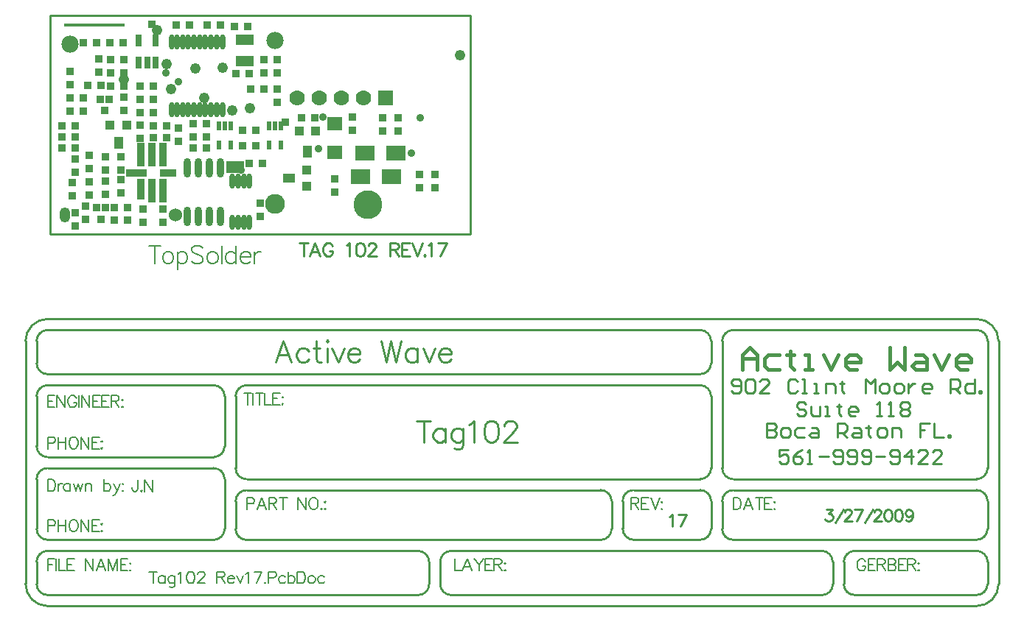
<source format=gts>
%FSLAX23Y23*%
%MOIN*%
G70*
G01*
G75*
G04 Layer_Color=8388736*
%ADD10C,0.030*%
%ADD11R,0.030X0.030*%
%ADD12R,0.074X0.045*%
%ADD13C,0.040*%
%ADD14R,0.020X0.050*%
%ADD15O,0.016X0.060*%
%ADD16R,0.024X0.024*%
%ADD17O,0.016X0.060*%
%ADD18R,0.030X0.030*%
%ADD19R,0.024X0.100*%
%ADD20R,0.024X0.090*%
%ADD21R,0.070X0.024*%
%ADD22R,0.090X0.024*%
%ADD23O,0.024X0.080*%
%ADD24R,0.075X0.043*%
%ADD25R,0.014X0.035*%
%ADD26R,0.014X0.035*%
%ADD27R,0.050X0.036*%
%ADD28R,0.036X0.036*%
%ADD29R,0.036X0.036*%
%ADD30R,0.036X0.050*%
%ADD31R,0.063X0.051*%
%ADD32R,0.080X0.060*%
%ADD33C,0.010*%
%ADD34C,0.014*%
%ADD35C,0.006*%
%ADD36C,0.016*%
%ADD37C,0.015*%
%ADD38C,0.025*%
%ADD39C,0.012*%
%ADD40C,0.008*%
%ADD41C,0.020*%
%ADD42C,0.005*%
%ADD43C,0.009*%
%ADD44C,0.062*%
%ADD45R,0.062X0.062*%
%ADD46O,0.040X0.060*%
%ADD47C,0.070*%
%ADD48C,0.122*%
%ADD49C,0.028*%
%ADD50R,0.070X0.070*%
%ADD51R,0.067X0.091*%
%ADD52C,0.020*%
%ADD53R,0.200X0.100*%
%ADD54R,0.160X0.180*%
%ADD55R,0.098X0.138*%
%ADD56C,0.032*%
%ADD57C,0.010*%
%ADD58R,0.032X0.036*%
%ADD59R,0.273X0.018*%
%ADD60R,0.038X0.038*%
%ADD61R,0.082X0.053*%
%ADD62C,0.048*%
%ADD63R,0.028X0.058*%
%ADD64O,0.024X0.068*%
%ADD65R,0.032X0.032*%
%ADD66O,0.024X0.068*%
%ADD67R,0.038X0.038*%
%ADD68R,0.032X0.108*%
%ADD69R,0.032X0.098*%
%ADD70R,0.078X0.032*%
%ADD71R,0.098X0.032*%
%ADD72O,0.032X0.088*%
%ADD73R,0.083X0.051*%
%ADD74R,0.022X0.043*%
%ADD75R,0.022X0.043*%
%ADD76R,0.058X0.044*%
%ADD77R,0.044X0.044*%
%ADD78R,0.044X0.044*%
%ADD79R,0.044X0.058*%
%ADD80R,0.071X0.059*%
%ADD81R,0.088X0.068*%
%ADD82O,0.048X0.068*%
%ADD83C,0.090*%
%ADD84C,0.078*%
%ADD85C,0.130*%
%ADD86C,0.036*%
%ADD87C,0.060*%
D33*
X-1854Y-811D02*
Y178D01*
Y-811D02*
X48D01*
X-1854Y178D02*
X48D01*
Y-811D02*
Y178D01*
X-706Y-852D02*
Y-912D01*
X-726Y-852D02*
X-686D01*
X-633Y-912D02*
X-656Y-852D01*
X-679Y-912D01*
X-670Y-892D02*
X-642D01*
X-576Y-866D02*
X-579Y-861D01*
X-585Y-855D01*
X-591Y-852D01*
X-602D01*
X-608Y-855D01*
X-613Y-861D01*
X-616Y-866D01*
X-619Y-875D01*
Y-889D01*
X-616Y-898D01*
X-613Y-903D01*
X-608Y-909D01*
X-602Y-912D01*
X-591D01*
X-585Y-909D01*
X-579Y-903D01*
X-576Y-898D01*
Y-889D01*
X-591D02*
X-576D01*
X-515Y-863D02*
X-510Y-861D01*
X-501Y-852D01*
Y-912D01*
X-454Y-852D02*
X-463Y-855D01*
X-469Y-863D01*
X-471Y-878D01*
Y-886D01*
X-469Y-901D01*
X-463Y-909D01*
X-454Y-912D01*
X-449D01*
X-440Y-909D01*
X-434Y-901D01*
X-431Y-886D01*
Y-878D01*
X-434Y-863D01*
X-440Y-855D01*
X-449Y-852D01*
X-454D01*
X-415Y-866D02*
Y-863D01*
X-412Y-858D01*
X-409Y-855D01*
X-404Y-852D01*
X-392D01*
X-387Y-855D01*
X-384Y-858D01*
X-381Y-863D01*
Y-869D01*
X-384Y-875D01*
X-390Y-883D01*
X-418Y-912D01*
X-378D01*
X-318Y-852D02*
Y-912D01*
Y-852D02*
X-292D01*
X-283Y-855D01*
X-280Y-858D01*
X-278Y-863D01*
Y-869D01*
X-280Y-875D01*
X-283Y-878D01*
X-292Y-881D01*
X-318D01*
X-298D02*
X-278Y-912D01*
X-227Y-852D02*
X-264D01*
Y-912D01*
X-227D01*
X-264Y-881D02*
X-241D01*
X-217Y-852D02*
X-194Y-912D01*
X-171Y-852D02*
X-194Y-912D01*
X-161Y-906D02*
X-164Y-909D01*
X-161Y-912D01*
X-158Y-909D01*
X-161Y-906D01*
X-145Y-863D02*
X-139Y-861D01*
X-130Y-852D01*
Y-912D01*
X-61Y-852D02*
X-89Y-912D01*
X-101Y-852D02*
X-61D01*
X2385Y-2020D02*
G03*
X2336Y-1971I-49J0D01*
G01*
X1235D02*
G03*
X1185Y-2021I0J-50D01*
G01*
X2335Y-1921D02*
G03*
X2385Y-1871I0J50D01*
G01*
X1185D02*
G03*
X1235Y-1921I50J0D01*
G01*
X-1865Y-1196D02*
G03*
X-1965Y-1296I0J-100D01*
G01*
Y-2395D02*
G03*
X-1866Y-2496I101J0D01*
G01*
X2335Y-2496D02*
G03*
X2435Y-2396I0J100D01*
G01*
Y-1296D02*
G03*
X2335Y-1196I-100J0D01*
G01*
X2385Y-1295D02*
G03*
X2334Y-1246I-49J0D01*
G01*
X2335Y-2196D02*
G03*
X2385Y-2146I0J50D01*
G01*
X2385Y-2295D02*
G03*
X2335Y-2246I-50J-1D01*
G01*
Y-2446D02*
G03*
X2385Y-2396I0J50D01*
G01*
X1085Y-2196D02*
G03*
X1135Y-2146I0J50D01*
G01*
X1185Y-2147D02*
G03*
X1235Y-2196I49J0D01*
G01*
X1135Y-2020D02*
G03*
X1086Y-1971I-49J0D01*
G01*
X-1915Y-2396D02*
G03*
X-1866Y-2446I50J0D01*
G01*
X1086Y-1921D02*
G03*
X1135Y-1871I-1J50D01*
G01*
X-1865Y-2246D02*
G03*
X-1915Y-2296I0J-50D01*
G01*
X1135Y-1546D02*
G03*
X1085Y-1496I-50J0D01*
G01*
Y-1446D02*
G03*
X1135Y-1396I0J50D01*
G01*
X1235Y-1246D02*
G03*
X1185Y-1296I0J-50D01*
G01*
X1135D02*
G03*
X1085Y-1246I-50J0D01*
G01*
X-1865D02*
G03*
X-1915Y-1296I0J-50D01*
G01*
Y-1396D02*
G03*
X-1865Y-1446I50J0D01*
G01*
Y-1496D02*
G03*
X-1915Y-1546I0J-50D01*
G01*
Y-1771D02*
G03*
X-1865Y-1821I50J0D01*
G01*
Y-1871D02*
G03*
X-1915Y-1921I0J-50D01*
G01*
Y-2146D02*
G03*
X-1866Y-2196I50J0D01*
G01*
X-965Y-1496D02*
G03*
X-1015Y-1546I0J-50D01*
G01*
X-965Y-1971D02*
G03*
X-1015Y-2021I0J-50D01*
G01*
X783Y-1971D02*
G03*
X735Y-2022I0J-48D01*
G01*
X735Y-2145D02*
G03*
X785Y-2196I51J0D01*
G01*
X636Y-2196D02*
G03*
X685Y-2146I0J49D01*
G01*
X685Y-2020D02*
G03*
X636Y-1971I-49J0D01*
G01*
X-1114Y-2196D02*
G03*
X-1065Y-2147I0J49D01*
G01*
X-1015D02*
G03*
X-966Y-2196I49J0D01*
G01*
X-1015Y-1872D02*
G03*
X-966Y-1921I49J0D01*
G01*
X-1065Y-1920D02*
G03*
X-1116Y-1871I-49J0D01*
G01*
X-1113Y-1821D02*
G03*
X-1065Y-1773I0J48D01*
G01*
Y-1545D02*
G03*
X-1114Y-1496I-49J0D01*
G01*
X1785Y-2246D02*
G03*
X1735Y-2296I0J-50D01*
G01*
Y-2397D02*
G03*
X1785Y-2446I49J0D01*
G01*
X1636Y-2446D02*
G03*
X1685Y-2397I1J48D01*
G01*
X1685Y-2296D02*
G03*
X1635Y-2246I-50J0D01*
G01*
X-90Y-2396D02*
G03*
X-41Y-2446I50J0D01*
G01*
X-40Y-2246D02*
G03*
X-90Y-2296I0J-50D01*
G01*
X-189Y-2446D02*
G03*
X-140Y-2397I1J48D01*
G01*
X-140Y-2296D02*
G03*
X-190Y-2246I-50J0D01*
G01*
X2385Y-2146D02*
Y-2020D01*
X1185Y-2146D02*
Y-2021D01*
X2385Y-1871D02*
Y-1296D01*
X1185Y-1871D02*
Y-1296D01*
X-1965Y-2396D02*
Y-1296D01*
X-1915Y-2396D02*
Y-2296D01*
X2385Y-2396D02*
Y-2296D01*
X1135Y-2146D02*
Y-2021D01*
X735Y-2146D02*
Y-2021D01*
X-1015Y-2146D02*
Y-2021D01*
X685Y-2146D02*
Y-2021D01*
X-1015Y-1871D02*
Y-1546D01*
X1135Y-1871D02*
Y-1546D01*
Y-1396D02*
Y-1296D01*
X-1915Y-1396D02*
Y-1296D01*
X-1065Y-1771D02*
Y-1546D01*
X-1915Y-1771D02*
Y-1546D01*
X-1065Y-2146D02*
Y-1921D01*
X-1915Y-2146D02*
Y-1921D01*
X2435Y-2396D02*
Y-1296D01*
X1735Y-2396D02*
Y-2296D01*
X1685Y-2396D02*
Y-2296D01*
X-90Y-2396D02*
Y-2296D01*
X-140Y-2396D02*
Y-2296D01*
X1235Y-1971D02*
X2335D01*
X1235Y-1921D02*
X2335D01*
X-965D02*
X1085D01*
X1235Y-1246D02*
X2335D01*
X1235Y-2196D02*
X2335D01*
X785Y-1971D02*
X1085D01*
X785Y-2196D02*
X1085D01*
X-965D02*
X635D01*
X-965Y-1971D02*
X635D01*
X-965Y-1496D02*
X1085D01*
X-1865Y-1446D02*
X1085D01*
X-1865Y-1496D02*
X-1115D01*
X-1865Y-1821D02*
X-1115D01*
X-1865Y-1871D02*
X-1115D01*
X-1865Y-2196D02*
X-1115D01*
X-1865Y-1196D02*
X2335D01*
X-1865Y-2496D02*
X2335D01*
X-1865Y-1246D02*
X1085D01*
X1785Y-2246D02*
X2335D01*
X1785Y-2446D02*
X2335D01*
X-40Y-2246D02*
X1635D01*
X-1865D02*
X-190D01*
X-1865Y-2446D02*
X-190D01*
X-40D02*
X1635D01*
X1564Y-1583D02*
X1554Y-1572D01*
X1532D01*
X1522Y-1583D01*
Y-1593D01*
X1532Y-1604D01*
X1554D01*
X1564Y-1615D01*
Y-1625D01*
X1554Y-1636D01*
X1532D01*
X1522Y-1625D01*
X1586Y-1593D02*
Y-1625D01*
X1596Y-1636D01*
X1628D01*
Y-1593D01*
X1649Y-1636D02*
X1671D01*
X1660D01*
Y-1593D01*
X1649D01*
X1713Y-1583D02*
Y-1593D01*
X1703D01*
X1724D01*
X1713D01*
Y-1625D01*
X1724Y-1636D01*
X1788D02*
X1767D01*
X1756Y-1625D01*
Y-1604D01*
X1767Y-1593D01*
X1788D01*
X1799Y-1604D01*
Y-1615D01*
X1756D01*
X1884Y-1636D02*
X1905D01*
X1895D01*
Y-1572D01*
X1884Y-1583D01*
X1937Y-1636D02*
X1959D01*
X1948D01*
Y-1572D01*
X1937Y-1583D01*
X1991D02*
X2001Y-1572D01*
X2023D01*
X2033Y-1583D01*
Y-1593D01*
X2023Y-1604D01*
X2033Y-1615D01*
Y-1625D01*
X2023Y-1636D01*
X2001D01*
X1991Y-1625D01*
Y-1615D01*
X2001Y-1604D01*
X1991Y-1593D01*
Y-1583D01*
X2001Y-1604D02*
X2023D01*
X1484Y-1787D02*
X1442D01*
Y-1819D01*
X1463Y-1808D01*
X1474D01*
X1484Y-1819D01*
Y-1840D01*
X1474Y-1851D01*
X1452D01*
X1442Y-1840D01*
X1548Y-1787D02*
X1527Y-1798D01*
X1506Y-1819D01*
Y-1840D01*
X1516Y-1851D01*
X1537D01*
X1548Y-1840D01*
Y-1830D01*
X1537Y-1819D01*
X1506D01*
X1569Y-1851D02*
X1591D01*
X1580D01*
Y-1787D01*
X1569Y-1798D01*
X1623Y-1819D02*
X1665D01*
X1687Y-1840D02*
X1697Y-1851D01*
X1719D01*
X1729Y-1840D01*
Y-1798D01*
X1719Y-1787D01*
X1697D01*
X1687Y-1798D01*
Y-1808D01*
X1697Y-1819D01*
X1729D01*
X1751Y-1840D02*
X1761Y-1851D01*
X1783D01*
X1793Y-1840D01*
Y-1798D01*
X1783Y-1787D01*
X1761D01*
X1751Y-1798D01*
Y-1808D01*
X1761Y-1819D01*
X1793D01*
X1815Y-1840D02*
X1825Y-1851D01*
X1847D01*
X1857Y-1840D01*
Y-1798D01*
X1847Y-1787D01*
X1825D01*
X1815Y-1798D01*
Y-1808D01*
X1825Y-1819D01*
X1857D01*
X1879D02*
X1921D01*
X1943Y-1840D02*
X1953Y-1851D01*
X1975D01*
X1985Y-1840D01*
Y-1798D01*
X1975Y-1787D01*
X1953D01*
X1943Y-1798D01*
Y-1808D01*
X1953Y-1819D01*
X1985D01*
X2039Y-1851D02*
Y-1787D01*
X2007Y-1819D01*
X2049D01*
X2113Y-1851D02*
X2071D01*
X2113Y-1808D01*
Y-1798D01*
X2103Y-1787D01*
X2081D01*
X2071Y-1798D01*
X2177Y-1851D02*
X2135D01*
X2177Y-1808D01*
Y-1798D01*
X2167Y-1787D01*
X2145D01*
X2135Y-1798D01*
X1227Y-1520D02*
X1237Y-1531D01*
X1259D01*
X1269Y-1520D01*
Y-1478D01*
X1259Y-1467D01*
X1237D01*
X1227Y-1478D01*
Y-1488D01*
X1237Y-1499D01*
X1269D01*
X1291Y-1478D02*
X1301Y-1467D01*
X1322D01*
X1333Y-1478D01*
Y-1520D01*
X1322Y-1531D01*
X1301D01*
X1291Y-1520D01*
Y-1478D01*
X1397Y-1531D02*
X1354D01*
X1397Y-1488D01*
Y-1478D01*
X1386Y-1467D01*
X1365D01*
X1354Y-1478D01*
X1525D02*
X1514Y-1467D01*
X1493D01*
X1482Y-1478D01*
Y-1520D01*
X1493Y-1531D01*
X1514D01*
X1525Y-1520D01*
X1546Y-1531D02*
X1568D01*
X1557D01*
Y-1467D01*
X1546D01*
X1600Y-1531D02*
X1621D01*
X1610D01*
Y-1488D01*
X1600D01*
X1653Y-1531D02*
Y-1488D01*
X1685D01*
X1696Y-1499D01*
Y-1531D01*
X1728Y-1478D02*
Y-1488D01*
X1717D01*
X1738D01*
X1728D01*
Y-1520D01*
X1738Y-1531D01*
X1834D02*
Y-1467D01*
X1856Y-1488D01*
X1877Y-1467D01*
Y-1531D01*
X1909D02*
X1930D01*
X1941Y-1520D01*
Y-1499D01*
X1930Y-1488D01*
X1909D01*
X1898Y-1499D01*
Y-1520D01*
X1909Y-1531D01*
X1973D02*
X1994D01*
X2005Y-1520D01*
Y-1499D01*
X1994Y-1488D01*
X1973D01*
X1962Y-1499D01*
Y-1520D01*
X1973Y-1531D01*
X2026Y-1488D02*
Y-1531D01*
Y-1510D01*
X2037Y-1499D01*
X2048Y-1488D01*
X2058D01*
X2122Y-1531D02*
X2101D01*
X2090Y-1520D01*
Y-1499D01*
X2101Y-1488D01*
X2122D01*
X2133Y-1499D01*
Y-1510D01*
X2090D01*
X2218Y-1531D02*
Y-1467D01*
X2250D01*
X2261Y-1478D01*
Y-1499D01*
X2250Y-1510D01*
X2218D01*
X2240D02*
X2261Y-1531D01*
X2325Y-1467D02*
Y-1531D01*
X2293D01*
X2282Y-1520D01*
Y-1499D01*
X2293Y-1488D01*
X2325D01*
X2346Y-1531D02*
Y-1520D01*
X2357D01*
Y-1531D01*
X2346D01*
X1387Y-1667D02*
Y-1731D01*
X1419D01*
X1429Y-1720D01*
Y-1710D01*
X1419Y-1699D01*
X1387D01*
X1419D01*
X1429Y-1688D01*
Y-1678D01*
X1419Y-1667D01*
X1387D01*
X1461Y-1731D02*
X1482D01*
X1493Y-1720D01*
Y-1699D01*
X1482Y-1688D01*
X1461D01*
X1451Y-1699D01*
Y-1720D01*
X1461Y-1731D01*
X1557Y-1688D02*
X1525D01*
X1514Y-1699D01*
Y-1720D01*
X1525Y-1731D01*
X1557D01*
X1589Y-1688D02*
X1610D01*
X1621Y-1699D01*
Y-1731D01*
X1589D01*
X1578Y-1720D01*
X1589Y-1710D01*
X1621D01*
X1706Y-1731D02*
Y-1667D01*
X1738D01*
X1749Y-1678D01*
Y-1699D01*
X1738Y-1710D01*
X1706D01*
X1728D02*
X1749Y-1731D01*
X1781Y-1688D02*
X1802D01*
X1813Y-1699D01*
Y-1731D01*
X1781D01*
X1770Y-1720D01*
X1781Y-1710D01*
X1813D01*
X1845Y-1678D02*
Y-1688D01*
X1834D01*
X1856D01*
X1845D01*
Y-1720D01*
X1856Y-1731D01*
X1898D02*
X1920D01*
X1930Y-1720D01*
Y-1699D01*
X1920Y-1688D01*
X1898D01*
X1888Y-1699D01*
Y-1720D01*
X1898Y-1731D01*
X1952D02*
Y-1688D01*
X1984D01*
X1994Y-1699D01*
Y-1731D01*
X2122Y-1667D02*
X2080D01*
Y-1699D01*
X2101D01*
X2080D01*
Y-1731D01*
X2144Y-1667D02*
Y-1731D01*
X2186D01*
X2208D02*
Y-1720D01*
X2218D01*
Y-1731D01*
X2208D01*
D37*
X1277Y-1426D02*
Y-1359D01*
X1310Y-1326D01*
X1343Y-1359D01*
Y-1426D01*
Y-1376D01*
X1277D01*
X1443Y-1359D02*
X1393D01*
X1376Y-1376D01*
Y-1409D01*
X1393Y-1426D01*
X1443D01*
X1493Y-1343D02*
Y-1359D01*
X1476D01*
X1510D01*
X1493D01*
Y-1409D01*
X1510Y-1426D01*
X1560D02*
X1593D01*
X1576D01*
Y-1359D01*
X1560D01*
X1643D02*
X1676Y-1426D01*
X1710Y-1359D01*
X1793Y-1426D02*
X1760D01*
X1743Y-1409D01*
Y-1376D01*
X1760Y-1359D01*
X1793D01*
X1810Y-1376D01*
Y-1393D01*
X1743D01*
X1943Y-1326D02*
Y-1426D01*
X1976Y-1393D01*
X2010Y-1426D01*
Y-1326D01*
X2060Y-1359D02*
X2093D01*
X2110Y-1376D01*
Y-1426D01*
X2060D01*
X2043Y-1409D01*
X2060Y-1393D01*
X2110D01*
X2143Y-1359D02*
X2176Y-1426D01*
X2210Y-1359D01*
X2293Y-1426D02*
X2260D01*
X2243Y-1409D01*
Y-1376D01*
X2260Y-1359D01*
X2293D01*
X2310Y-1376D01*
Y-1393D01*
X2243D01*
D40*
X-1381Y-865D02*
Y-945D01*
X-1408Y-865D02*
X-1355D01*
X-1326Y-892D02*
X-1334Y-895D01*
X-1341Y-903D01*
X-1345Y-915D01*
Y-922D01*
X-1341Y-934D01*
X-1334Y-941D01*
X-1326Y-945D01*
X-1315D01*
X-1307Y-941D01*
X-1299Y-934D01*
X-1296Y-922D01*
Y-915D01*
X-1299Y-903D01*
X-1307Y-895D01*
X-1315Y-892D01*
X-1326D01*
X-1278D02*
Y-972D01*
Y-903D02*
X-1271Y-895D01*
X-1263Y-892D01*
X-1251D01*
X-1244Y-895D01*
X-1236Y-903D01*
X-1232Y-915D01*
Y-922D01*
X-1236Y-934D01*
X-1244Y-941D01*
X-1251Y-945D01*
X-1263D01*
X-1271Y-941D01*
X-1278Y-934D01*
X-1162Y-876D02*
X-1170Y-869D01*
X-1181Y-865D01*
X-1196D01*
X-1208Y-869D01*
X-1215Y-876D01*
Y-884D01*
X-1211Y-892D01*
X-1208Y-895D01*
X-1200Y-899D01*
X-1177Y-907D01*
X-1170Y-911D01*
X-1166Y-915D01*
X-1162Y-922D01*
Y-934D01*
X-1170Y-941D01*
X-1181Y-945D01*
X-1196D01*
X-1208Y-941D01*
X-1215Y-934D01*
X-1125Y-892D02*
X-1133Y-895D01*
X-1140Y-903D01*
X-1144Y-915D01*
Y-922D01*
X-1140Y-934D01*
X-1133Y-941D01*
X-1125Y-945D01*
X-1114D01*
X-1106Y-941D01*
X-1098Y-934D01*
X-1095Y-922D01*
Y-915D01*
X-1098Y-903D01*
X-1106Y-895D01*
X-1114Y-892D01*
X-1125D01*
X-1077Y-865D02*
Y-945D01*
X-1015Y-865D02*
Y-945D01*
Y-903D02*
X-1022Y-895D01*
X-1030Y-892D01*
X-1041D01*
X-1049Y-895D01*
X-1056Y-903D01*
X-1060Y-915D01*
Y-922D01*
X-1056Y-934D01*
X-1049Y-941D01*
X-1041Y-945D01*
X-1030D01*
X-1022Y-941D01*
X-1015Y-934D01*
X-993Y-915D02*
X-948D01*
Y-907D01*
X-951Y-899D01*
X-955Y-895D01*
X-963Y-892D01*
X-974D01*
X-982Y-895D01*
X-989Y-903D01*
X-993Y-915D01*
Y-922D01*
X-989Y-934D01*
X-982Y-941D01*
X-974Y-945D01*
X-963D01*
X-955Y-941D01*
X-948Y-934D01*
X-930Y-892D02*
Y-945D01*
Y-915D02*
X-927Y-903D01*
X-919Y-895D01*
X-911Y-892D01*
X-900D01*
X-1457Y-1924D02*
Y-1965D01*
X-1459Y-1972D01*
X-1462Y-1975D01*
X-1467Y-1977D01*
X-1472D01*
X-1477Y-1975D01*
X-1480Y-1972D01*
X-1482Y-1965D01*
Y-1959D01*
X-1440Y-1972D02*
X-1443Y-1975D01*
X-1440Y-1977D01*
X-1438Y-1975D01*
X-1440Y-1972D01*
X-1426Y-1924D02*
Y-1977D01*
Y-1924D02*
X-1391Y-1977D01*
Y-1924D02*
Y-1977D01*
D42*
X-1388Y-2340D02*
Y-2393D01*
X-1406Y-2340D02*
X-1370D01*
X-1334Y-2357D02*
Y-2393D01*
Y-2365D02*
X-1339Y-2360D01*
X-1344Y-2357D01*
X-1351D01*
X-1356Y-2360D01*
X-1362Y-2365D01*
X-1364Y-2373D01*
Y-2378D01*
X-1362Y-2385D01*
X-1356Y-2390D01*
X-1351Y-2393D01*
X-1344D01*
X-1339Y-2390D01*
X-1334Y-2385D01*
X-1289Y-2357D02*
Y-2398D01*
X-1291Y-2406D01*
X-1294Y-2408D01*
X-1299Y-2411D01*
X-1307D01*
X-1312Y-2408D01*
X-1289Y-2365D02*
X-1294Y-2360D01*
X-1299Y-2357D01*
X-1307D01*
X-1312Y-2360D01*
X-1317Y-2365D01*
X-1319Y-2373D01*
Y-2378D01*
X-1317Y-2385D01*
X-1312Y-2390D01*
X-1307Y-2393D01*
X-1299D01*
X-1294Y-2390D01*
X-1289Y-2385D01*
X-1275Y-2350D02*
X-1270Y-2347D01*
X-1262Y-2340D01*
Y-2393D01*
X-1220Y-2340D02*
X-1228Y-2342D01*
X-1233Y-2350D01*
X-1236Y-2363D01*
Y-2370D01*
X-1233Y-2383D01*
X-1228Y-2390D01*
X-1220Y-2393D01*
X-1215D01*
X-1208Y-2390D01*
X-1203Y-2383D01*
X-1200Y-2370D01*
Y-2363D01*
X-1203Y-2350D01*
X-1208Y-2342D01*
X-1215Y-2340D01*
X-1220D01*
X-1186Y-2352D02*
Y-2350D01*
X-1183Y-2345D01*
X-1181Y-2342D01*
X-1175Y-2340D01*
X-1165D01*
X-1160Y-2342D01*
X-1158Y-2345D01*
X-1155Y-2350D01*
Y-2355D01*
X-1158Y-2360D01*
X-1163Y-2368D01*
X-1188Y-2393D01*
X-1153D01*
X-1099Y-2340D02*
Y-2393D01*
Y-2340D02*
X-1076D01*
X-1068Y-2342D01*
X-1066Y-2345D01*
X-1063Y-2350D01*
Y-2355D01*
X-1066Y-2360D01*
X-1068Y-2363D01*
X-1076Y-2365D01*
X-1099D01*
X-1081D02*
X-1063Y-2393D01*
X-1051Y-2373D02*
X-1021D01*
Y-2368D01*
X-1023Y-2363D01*
X-1026Y-2360D01*
X-1031Y-2357D01*
X-1039D01*
X-1044Y-2360D01*
X-1049Y-2365D01*
X-1051Y-2373D01*
Y-2378D01*
X-1049Y-2385D01*
X-1044Y-2390D01*
X-1039Y-2393D01*
X-1031D01*
X-1026Y-2390D01*
X-1021Y-2385D01*
X-1009Y-2357D02*
X-994Y-2393D01*
X-979Y-2357D02*
X-994Y-2393D01*
X-970Y-2350D02*
X-965Y-2347D01*
X-958Y-2340D01*
Y-2393D01*
X-896Y-2340D02*
X-921Y-2393D01*
X-931Y-2340D02*
X-896D01*
X-881Y-2388D02*
X-884Y-2390D01*
X-881Y-2393D01*
X-879Y-2390D01*
X-881Y-2388D01*
X-867Y-2368D02*
X-844D01*
X-836Y-2365D01*
X-834Y-2363D01*
X-831Y-2357D01*
Y-2350D01*
X-834Y-2345D01*
X-836Y-2342D01*
X-844Y-2340D01*
X-867D01*
Y-2393D01*
X-789Y-2365D02*
X-794Y-2360D01*
X-799Y-2357D01*
X-807D01*
X-812Y-2360D01*
X-817Y-2365D01*
X-819Y-2373D01*
Y-2378D01*
X-817Y-2385D01*
X-812Y-2390D01*
X-807Y-2393D01*
X-799D01*
X-794Y-2390D01*
X-789Y-2385D01*
X-778Y-2340D02*
Y-2393D01*
Y-2365D02*
X-772Y-2360D01*
X-767Y-2357D01*
X-760D01*
X-755Y-2360D01*
X-750Y-2365D01*
X-747Y-2373D01*
Y-2378D01*
X-750Y-2385D01*
X-755Y-2390D01*
X-760Y-2393D01*
X-767D01*
X-772Y-2390D01*
X-778Y-2385D01*
X-736Y-2340D02*
Y-2393D01*
Y-2340D02*
X-718D01*
X-710Y-2342D01*
X-705Y-2347D01*
X-703Y-2352D01*
X-700Y-2360D01*
Y-2373D01*
X-703Y-2380D01*
X-705Y-2385D01*
X-710Y-2390D01*
X-718Y-2393D01*
X-736D01*
X-675Y-2357D02*
X-681Y-2360D01*
X-686Y-2365D01*
X-688Y-2373D01*
Y-2378D01*
X-686Y-2385D01*
X-681Y-2390D01*
X-675Y-2393D01*
X-668D01*
X-663Y-2390D01*
X-658Y-2385D01*
X-655Y-2378D01*
Y-2373D01*
X-658Y-2365D01*
X-663Y-2360D01*
X-668Y-2357D01*
X-675D01*
X-613Y-2365D02*
X-618Y-2360D01*
X-623Y-2357D01*
X-631D01*
X-636Y-2360D01*
X-641Y-2365D01*
X-643Y-2373D01*
Y-2378D01*
X-641Y-2385D01*
X-636Y-2390D01*
X-631Y-2393D01*
X-623D01*
X-618Y-2390D01*
X-613Y-2385D01*
X1235Y-2005D02*
Y-2059D01*
Y-2005D02*
X1253D01*
X1260Y-2008D01*
X1265Y-2013D01*
X1268Y-2018D01*
X1270Y-2026D01*
Y-2038D01*
X1268Y-2046D01*
X1265Y-2051D01*
X1260Y-2056D01*
X1253Y-2059D01*
X1235D01*
X1323D02*
X1303Y-2005D01*
X1282Y-2059D01*
X1290Y-2041D02*
X1315D01*
X1353Y-2005D02*
Y-2059D01*
X1335Y-2005D02*
X1371D01*
X1410D02*
X1377D01*
Y-2059D01*
X1410D01*
X1377Y-2031D02*
X1398D01*
X1422Y-2023D02*
X1419Y-2026D01*
X1422Y-2028D01*
X1424Y-2026D01*
X1422Y-2023D01*
Y-2054D02*
X1419Y-2056D01*
X1422Y-2059D01*
X1424Y-2056D01*
X1422Y-2054D01*
X772Y-2005D02*
Y-2059D01*
Y-2005D02*
X795D01*
X803Y-2008D01*
X805Y-2010D01*
X808Y-2016D01*
Y-2021D01*
X805Y-2026D01*
X803Y-2028D01*
X795Y-2031D01*
X772D01*
X790D02*
X808Y-2059D01*
X853Y-2005D02*
X820D01*
Y-2059D01*
X853D01*
X820Y-2031D02*
X840D01*
X862Y-2005D02*
X882Y-2059D01*
X902Y-2005D02*
X882Y-2059D01*
X912Y-2023D02*
X909Y-2026D01*
X912Y-2028D01*
X914Y-2026D01*
X912Y-2023D01*
Y-2054D02*
X909Y-2056D01*
X912Y-2059D01*
X914Y-2056D01*
X912Y-2054D01*
X-1865Y-1758D02*
X-1842D01*
X-1835Y-1756D01*
X-1832Y-1753D01*
X-1830Y-1748D01*
Y-1741D01*
X-1832Y-1735D01*
X-1835Y-1733D01*
X-1842Y-1730D01*
X-1865D01*
Y-1784D01*
X-1818Y-1730D02*
Y-1784D01*
X-1782Y-1730D02*
Y-1784D01*
X-1818Y-1756D02*
X-1782D01*
X-1752Y-1730D02*
X-1757Y-1733D01*
X-1762Y-1738D01*
X-1765Y-1743D01*
X-1767Y-1751D01*
Y-1763D01*
X-1765Y-1771D01*
X-1762Y-1776D01*
X-1757Y-1781D01*
X-1752Y-1784D01*
X-1742D01*
X-1737Y-1781D01*
X-1732Y-1776D01*
X-1729Y-1771D01*
X-1727Y-1763D01*
Y-1751D01*
X-1729Y-1743D01*
X-1732Y-1738D01*
X-1737Y-1733D01*
X-1742Y-1730D01*
X-1752D01*
X-1714D02*
Y-1784D01*
Y-1730D02*
X-1679Y-1784D01*
Y-1730D02*
Y-1784D01*
X-1631Y-1730D02*
X-1664D01*
Y-1784D01*
X-1631D01*
X-1664Y-1756D02*
X-1644D01*
X-1620Y-1748D02*
X-1622Y-1751D01*
X-1620Y-1753D01*
X-1617Y-1751D01*
X-1620Y-1748D01*
Y-1779D02*
X-1622Y-1781D01*
X-1620Y-1784D01*
X-1617Y-1781D01*
X-1620Y-1779D01*
X-1865Y-2133D02*
X-1842D01*
X-1835Y-2131D01*
X-1832Y-2128D01*
X-1830Y-2123D01*
Y-2116D01*
X-1832Y-2110D01*
X-1835Y-2108D01*
X-1842Y-2105D01*
X-1865D01*
Y-2159D01*
X-1818Y-2105D02*
Y-2159D01*
X-1782Y-2105D02*
Y-2159D01*
X-1818Y-2131D02*
X-1782D01*
X-1752Y-2105D02*
X-1757Y-2108D01*
X-1762Y-2113D01*
X-1765Y-2118D01*
X-1767Y-2126D01*
Y-2138D01*
X-1765Y-2146D01*
X-1762Y-2151D01*
X-1757Y-2156D01*
X-1752Y-2159D01*
X-1742D01*
X-1737Y-2156D01*
X-1732Y-2151D01*
X-1729Y-2146D01*
X-1727Y-2138D01*
Y-2126D01*
X-1729Y-2118D01*
X-1732Y-2113D01*
X-1737Y-2108D01*
X-1742Y-2105D01*
X-1752D01*
X-1714D02*
Y-2159D01*
Y-2105D02*
X-1679Y-2159D01*
Y-2105D02*
Y-2159D01*
X-1631Y-2105D02*
X-1664D01*
Y-2159D01*
X-1631D01*
X-1664Y-2131D02*
X-1644D01*
X-1620Y-2123D02*
X-1622Y-2126D01*
X-1620Y-2128D01*
X-1617Y-2126D01*
X-1620Y-2123D01*
Y-2154D02*
X-1622Y-2156D01*
X-1620Y-2159D01*
X-1617Y-2156D01*
X-1620Y-2154D01*
X-25Y-2283D02*
Y-2336D01*
X5D01*
X52D02*
X32Y-2283D01*
X11Y-2336D01*
X19Y-2318D02*
X44D01*
X64Y-2283D02*
X85Y-2308D01*
Y-2336D01*
X105Y-2283D02*
X85Y-2308D01*
X145Y-2283D02*
X112D01*
Y-2336D01*
X145D01*
X112Y-2308D02*
X132D01*
X154Y-2283D02*
Y-2336D01*
Y-2283D02*
X177D01*
X184Y-2285D01*
X187Y-2288D01*
X189Y-2293D01*
Y-2298D01*
X187Y-2303D01*
X184Y-2306D01*
X177Y-2308D01*
X154D01*
X171D02*
X189Y-2336D01*
X204Y-2301D02*
X201Y-2303D01*
X204Y-2306D01*
X206Y-2303D01*
X204Y-2301D01*
Y-2331D02*
X201Y-2334D01*
X204Y-2336D01*
X206Y-2334D01*
X204Y-2331D01*
X-1832Y-1543D02*
X-1865D01*
Y-1596D01*
X-1832D01*
X-1865Y-1568D02*
X-1845D01*
X-1823Y-1543D02*
Y-1596D01*
Y-1543D02*
X-1788Y-1596D01*
Y-1543D02*
Y-1596D01*
X-1735Y-1556D02*
X-1737Y-1550D01*
X-1742Y-1545D01*
X-1748Y-1543D01*
X-1758D01*
X-1763Y-1545D01*
X-1768Y-1550D01*
X-1770Y-1556D01*
X-1773Y-1563D01*
Y-1576D01*
X-1770Y-1583D01*
X-1768Y-1589D01*
X-1763Y-1594D01*
X-1758Y-1596D01*
X-1748D01*
X-1742Y-1594D01*
X-1737Y-1589D01*
X-1735Y-1583D01*
Y-1576D01*
X-1748D02*
X-1735D01*
X-1723Y-1543D02*
Y-1596D01*
X-1711Y-1543D02*
Y-1596D01*
Y-1543D02*
X-1676Y-1596D01*
Y-1543D02*
Y-1596D01*
X-1628Y-1543D02*
X-1661D01*
Y-1596D01*
X-1628D01*
X-1661Y-1568D02*
X-1641D01*
X-1586Y-1543D02*
X-1619D01*
Y-1596D01*
X-1586D01*
X-1619Y-1568D02*
X-1599D01*
X-1577Y-1543D02*
Y-1596D01*
Y-1543D02*
X-1555D01*
X-1547Y-1545D01*
X-1544Y-1548D01*
X-1542Y-1553D01*
Y-1558D01*
X-1544Y-1563D01*
X-1547Y-1566D01*
X-1555Y-1568D01*
X-1577D01*
X-1560D02*
X-1542Y-1596D01*
X-1527Y-1561D02*
X-1530Y-1563D01*
X-1527Y-1566D01*
X-1525Y-1563D01*
X-1527Y-1561D01*
Y-1591D02*
X-1530Y-1594D01*
X-1527Y-1596D01*
X-1525Y-1594D01*
X-1527Y-1591D01*
X-965Y-2033D02*
X-942D01*
X-935Y-2031D01*
X-932Y-2028D01*
X-930Y-2023D01*
Y-2016D01*
X-932Y-2010D01*
X-935Y-2008D01*
X-942Y-2005D01*
X-965D01*
Y-2059D01*
X-877D02*
X-897Y-2005D01*
X-918Y-2059D01*
X-910Y-2041D02*
X-885D01*
X-865Y-2005D02*
Y-2059D01*
Y-2005D02*
X-842D01*
X-834Y-2008D01*
X-832Y-2010D01*
X-829Y-2016D01*
Y-2021D01*
X-832Y-2026D01*
X-834Y-2028D01*
X-842Y-2031D01*
X-865D01*
X-847D02*
X-829Y-2059D01*
X-799Y-2005D02*
Y-2059D01*
X-817Y-2005D02*
X-781D01*
X-733D02*
Y-2059D01*
Y-2005D02*
X-698Y-2059D01*
Y-2005D02*
Y-2059D01*
X-668Y-2005D02*
X-673Y-2008D01*
X-678Y-2013D01*
X-680Y-2018D01*
X-683Y-2026D01*
Y-2038D01*
X-680Y-2046D01*
X-678Y-2051D01*
X-673Y-2056D01*
X-668Y-2059D01*
X-658D01*
X-653Y-2056D01*
X-647Y-2051D01*
X-645Y-2046D01*
X-642Y-2038D01*
Y-2026D01*
X-645Y-2018D01*
X-647Y-2013D01*
X-653Y-2008D01*
X-658Y-2005D01*
X-668D01*
X-627Y-2054D02*
X-630Y-2056D01*
X-627Y-2059D01*
X-625Y-2056D01*
X-627Y-2054D01*
X-611Y-2023D02*
X-613Y-2026D01*
X-611Y-2028D01*
X-608Y-2026D01*
X-611Y-2023D01*
Y-2054D02*
X-613Y-2056D01*
X-611Y-2059D01*
X-608Y-2056D01*
X-611Y-2054D01*
X-960Y-1530D02*
Y-1584D01*
X-978Y-1530D02*
X-942D01*
X-936D02*
Y-1584D01*
X-907Y-1530D02*
Y-1584D01*
X-925Y-1530D02*
X-889D01*
X-883D02*
Y-1584D01*
X-852D01*
X-813Y-1530D02*
X-846D01*
Y-1584D01*
X-813D01*
X-846Y-1556D02*
X-826D01*
X-802Y-1548D02*
X-804Y-1551D01*
X-802Y-1553D01*
X-799Y-1551D01*
X-802Y-1548D01*
Y-1579D02*
X-804Y-1581D01*
X-802Y-1584D01*
X-799Y-1581D01*
X-802Y-1579D01*
X-1865Y-1923D02*
Y-1976D01*
Y-1923D02*
X-1847D01*
X-1840Y-1925D01*
X-1835Y-1930D01*
X-1832Y-1936D01*
X-1830Y-1943D01*
Y-1956D01*
X-1832Y-1963D01*
X-1835Y-1969D01*
X-1840Y-1974D01*
X-1847Y-1976D01*
X-1865D01*
X-1818Y-1941D02*
Y-1976D01*
Y-1956D02*
X-1815Y-1948D01*
X-1810Y-1943D01*
X-1805Y-1941D01*
X-1797D01*
X-1762D02*
Y-1976D01*
Y-1948D02*
X-1767Y-1943D01*
X-1772Y-1941D01*
X-1780D01*
X-1785Y-1943D01*
X-1790Y-1948D01*
X-1792Y-1956D01*
Y-1961D01*
X-1790Y-1969D01*
X-1785Y-1974D01*
X-1780Y-1976D01*
X-1772D01*
X-1767Y-1974D01*
X-1762Y-1969D01*
X-1748Y-1941D02*
X-1738Y-1976D01*
X-1727Y-1941D02*
X-1738Y-1976D01*
X-1727Y-1941D02*
X-1717Y-1976D01*
X-1707Y-1941D02*
X-1717Y-1976D01*
X-1695Y-1941D02*
Y-1976D01*
Y-1951D02*
X-1687Y-1943D01*
X-1682Y-1941D01*
X-1674D01*
X-1669Y-1943D01*
X-1667Y-1951D01*
Y-1976D01*
X-1611Y-1923D02*
Y-1976D01*
Y-1948D02*
X-1606Y-1943D01*
X-1601Y-1941D01*
X-1593D01*
X-1588Y-1943D01*
X-1583Y-1948D01*
X-1580Y-1956D01*
Y-1961D01*
X-1583Y-1969D01*
X-1588Y-1974D01*
X-1593Y-1976D01*
X-1601D01*
X-1606Y-1974D01*
X-1611Y-1969D01*
X-1566Y-1941D02*
X-1551Y-1976D01*
X-1536Y-1941D02*
X-1551Y-1976D01*
X-1556Y-1986D01*
X-1561Y-1991D01*
X-1566Y-1994D01*
X-1569D01*
X-1525Y-1941D02*
X-1527Y-1943D01*
X-1525Y-1946D01*
X-1522Y-1943D01*
X-1525Y-1941D01*
Y-1971D02*
X-1527Y-1974D01*
X-1525Y-1976D01*
X-1522Y-1974D01*
X-1525Y-1971D01*
X-1865Y-2283D02*
Y-2336D01*
Y-2283D02*
X-1832D01*
X-1865Y-2308D02*
X-1845D01*
X-1826Y-2283D02*
Y-2336D01*
X-1815Y-2283D02*
Y-2336D01*
X-1784D01*
X-1745Y-2283D02*
X-1778D01*
Y-2336D01*
X-1745D01*
X-1778Y-2308D02*
X-1758D01*
X-1695Y-2283D02*
Y-2336D01*
Y-2283D02*
X-1659Y-2336D01*
Y-2283D02*
Y-2336D01*
X-1604D02*
X-1624Y-2283D01*
X-1644Y-2336D01*
X-1637Y-2318D02*
X-1611D01*
X-1591Y-2283D02*
Y-2336D01*
Y-2283D02*
X-1571Y-2336D01*
X-1551Y-2283D02*
X-1571Y-2336D01*
X-1551Y-2283D02*
Y-2336D01*
X-1502Y-2283D02*
X-1535D01*
Y-2336D01*
X-1502D01*
X-1535Y-2308D02*
X-1515D01*
X-1491Y-2301D02*
X-1494Y-2303D01*
X-1491Y-2306D01*
X-1489Y-2303D01*
X-1491Y-2301D01*
Y-2331D02*
X-1494Y-2334D01*
X-1491Y-2336D01*
X-1489Y-2334D01*
X-1491Y-2331D01*
X1833Y-2296D02*
X1830Y-2290D01*
X1825Y-2285D01*
X1820Y-2283D01*
X1810D01*
X1805Y-2285D01*
X1800Y-2290D01*
X1797Y-2296D01*
X1795Y-2303D01*
Y-2316D01*
X1797Y-2323D01*
X1800Y-2329D01*
X1805Y-2334D01*
X1810Y-2336D01*
X1820D01*
X1825Y-2334D01*
X1830Y-2329D01*
X1833Y-2323D01*
Y-2316D01*
X1820D02*
X1833D01*
X1878Y-2283D02*
X1845D01*
Y-2336D01*
X1878D01*
X1845Y-2308D02*
X1866D01*
X1887Y-2283D02*
Y-2336D01*
Y-2283D02*
X1910D01*
X1918Y-2285D01*
X1920Y-2288D01*
X1923Y-2293D01*
Y-2298D01*
X1920Y-2303D01*
X1918Y-2306D01*
X1910Y-2308D01*
X1887D01*
X1905D02*
X1923Y-2336D01*
X1935Y-2283D02*
Y-2336D01*
Y-2283D02*
X1957D01*
X1965Y-2285D01*
X1968Y-2288D01*
X1970Y-2293D01*
Y-2298D01*
X1968Y-2303D01*
X1965Y-2306D01*
X1957Y-2308D01*
X1935D02*
X1957D01*
X1965Y-2311D01*
X1968Y-2313D01*
X1970Y-2318D01*
Y-2326D01*
X1968Y-2331D01*
X1965Y-2334D01*
X1957Y-2336D01*
X1935D01*
X2015Y-2283D02*
X1982D01*
Y-2336D01*
X2015D01*
X1982Y-2308D02*
X2002D01*
X2024Y-2283D02*
Y-2336D01*
Y-2283D02*
X2047D01*
X2054Y-2285D01*
X2057Y-2288D01*
X2059Y-2293D01*
Y-2298D01*
X2057Y-2303D01*
X2054Y-2306D01*
X2047Y-2308D01*
X2024D01*
X2042D02*
X2059Y-2336D01*
X2074Y-2301D02*
X2071Y-2303D01*
X2074Y-2306D01*
X2077Y-2303D01*
X2074Y-2301D01*
Y-2331D02*
X2071Y-2334D01*
X2074Y-2336D01*
X2077Y-2334D01*
X2074Y-2331D01*
D43*
X1655Y-2058D02*
X1683D01*
X1667Y-2079D01*
X1675D01*
X1680Y-2081D01*
X1683Y-2084D01*
X1685Y-2091D01*
Y-2096D01*
X1683Y-2104D01*
X1678Y-2109D01*
X1670Y-2112D01*
X1662D01*
X1655Y-2109D01*
X1652Y-2107D01*
X1650Y-2101D01*
X1697Y-2119D02*
X1733Y-2058D01*
X1739Y-2071D02*
Y-2068D01*
X1741Y-2063D01*
X1744Y-2061D01*
X1749Y-2058D01*
X1759D01*
X1764Y-2061D01*
X1767Y-2063D01*
X1769Y-2068D01*
Y-2074D01*
X1767Y-2079D01*
X1762Y-2086D01*
X1736Y-2112D01*
X1772D01*
X1819Y-2058D02*
X1794Y-2112D01*
X1784Y-2058D02*
X1819D01*
X1831Y-2119D02*
X1867Y-2058D01*
X1873Y-2071D02*
Y-2068D01*
X1875Y-2063D01*
X1878Y-2061D01*
X1883Y-2058D01*
X1893D01*
X1898Y-2061D01*
X1901Y-2063D01*
X1903Y-2068D01*
Y-2074D01*
X1901Y-2079D01*
X1896Y-2086D01*
X1870Y-2112D01*
X1906D01*
X1933Y-2058D02*
X1925Y-2061D01*
X1920Y-2068D01*
X1918Y-2081D01*
Y-2089D01*
X1920Y-2101D01*
X1925Y-2109D01*
X1933Y-2112D01*
X1938D01*
X1946Y-2109D01*
X1951Y-2101D01*
X1953Y-2089D01*
Y-2081D01*
X1951Y-2068D01*
X1946Y-2061D01*
X1938Y-2058D01*
X1933D01*
X1981D02*
X1973Y-2061D01*
X1968Y-2068D01*
X1965Y-2081D01*
Y-2089D01*
X1968Y-2101D01*
X1973Y-2109D01*
X1981Y-2112D01*
X1986D01*
X1993Y-2109D01*
X1998Y-2101D01*
X2001Y-2089D01*
Y-2081D01*
X1998Y-2068D01*
X1993Y-2061D01*
X1986Y-2058D01*
X1981D01*
X2046Y-2076D02*
X2043Y-2084D01*
X2038Y-2089D01*
X2031Y-2091D01*
X2028D01*
X2020Y-2089D01*
X2015Y-2084D01*
X2013Y-2076D01*
Y-2074D01*
X2015Y-2066D01*
X2020Y-2061D01*
X2028Y-2058D01*
X2031D01*
X2038Y-2061D01*
X2043Y-2066D01*
X2046Y-2076D01*
Y-2089D01*
X2043Y-2101D01*
X2038Y-2109D01*
X2031Y-2112D01*
X2025D01*
X2018Y-2109D01*
X2015Y-2104D01*
X947Y-2091D02*
X952Y-2088D01*
X960Y-2080D01*
Y-2134D01*
X1022Y-2080D02*
X997Y-2134D01*
X987Y-2080D02*
X1022D01*
X-762Y-1391D02*
X-799Y-1295D01*
X-835Y-1391D01*
X-821Y-1359D02*
X-776D01*
X-685Y-1341D02*
X-694Y-1332D01*
X-703Y-1327D01*
X-717D01*
X-726Y-1332D01*
X-735Y-1341D01*
X-740Y-1355D01*
Y-1364D01*
X-735Y-1377D01*
X-726Y-1387D01*
X-717Y-1391D01*
X-703D01*
X-694Y-1387D01*
X-685Y-1377D01*
X-650Y-1295D02*
Y-1373D01*
X-646Y-1387D01*
X-637Y-1391D01*
X-628D01*
X-664Y-1327D02*
X-632D01*
X-605Y-1295D02*
X-600Y-1300D01*
X-596Y-1295D01*
X-600Y-1291D01*
X-605Y-1295D01*
X-600Y-1327D02*
Y-1391D01*
X-579Y-1327D02*
X-551Y-1391D01*
X-524Y-1327D02*
X-551Y-1391D01*
X-508Y-1355D02*
X-453D01*
Y-1345D01*
X-458Y-1336D01*
X-463Y-1332D01*
X-472Y-1327D01*
X-485D01*
X-495Y-1332D01*
X-504Y-1341D01*
X-508Y-1355D01*
Y-1364D01*
X-504Y-1377D01*
X-495Y-1387D01*
X-485Y-1391D01*
X-472D01*
X-463Y-1387D01*
X-453Y-1377D01*
X-357Y-1295D02*
X-335Y-1391D01*
X-312Y-1295D02*
X-335Y-1391D01*
X-312Y-1295D02*
X-289Y-1391D01*
X-266Y-1295D02*
X-289Y-1391D01*
X-192Y-1327D02*
Y-1391D01*
Y-1341D02*
X-201Y-1332D01*
X-210Y-1327D01*
X-224D01*
X-233Y-1332D01*
X-242Y-1341D01*
X-247Y-1355D01*
Y-1364D01*
X-242Y-1377D01*
X-233Y-1387D01*
X-224Y-1391D01*
X-210D01*
X-201Y-1387D01*
X-192Y-1377D01*
X-166Y-1327D02*
X-139Y-1391D01*
X-112Y-1327D02*
X-139Y-1391D01*
X-96Y-1355D02*
X-41D01*
Y-1345D01*
X-46Y-1336D01*
X-50Y-1332D01*
X-59Y-1327D01*
X-73D01*
X-82Y-1332D01*
X-91Y-1341D01*
X-96Y-1355D01*
Y-1364D01*
X-91Y-1377D01*
X-82Y-1387D01*
X-73Y-1391D01*
X-59D01*
X-50Y-1387D01*
X-41Y-1377D01*
X-165Y-1658D02*
Y-1754D01*
X-197Y-1658D02*
X-133D01*
X-67Y-1690D02*
Y-1754D01*
Y-1704D02*
X-76Y-1695D01*
X-85Y-1690D01*
X-99D01*
X-108Y-1695D01*
X-117Y-1704D01*
X-122Y-1717D01*
Y-1727D01*
X-117Y-1740D01*
X-108Y-1749D01*
X-99Y-1754D01*
X-85D01*
X-76Y-1749D01*
X-67Y-1740D01*
X14Y-1690D02*
Y-1763D01*
X9Y-1777D01*
X5Y-1781D01*
X-5Y-1786D01*
X-18D01*
X-27Y-1781D01*
X14Y-1704D02*
X5Y-1695D01*
X-5Y-1690D01*
X-18D01*
X-27Y-1695D01*
X-37Y-1704D01*
X-41Y-1717D01*
Y-1727D01*
X-37Y-1740D01*
X-27Y-1749D01*
X-18Y-1754D01*
X-5D01*
X5Y-1749D01*
X14Y-1740D01*
X39Y-1676D02*
X48Y-1672D01*
X62Y-1658D01*
Y-1754D01*
X137Y-1658D02*
X123Y-1663D01*
X114Y-1676D01*
X110Y-1699D01*
Y-1713D01*
X114Y-1736D01*
X123Y-1749D01*
X137Y-1754D01*
X146D01*
X160Y-1749D01*
X169Y-1736D01*
X174Y-1713D01*
Y-1699D01*
X169Y-1676D01*
X160Y-1663D01*
X146Y-1658D01*
X137D01*
X200Y-1681D02*
Y-1676D01*
X204Y-1667D01*
X209Y-1663D01*
X218Y-1658D01*
X236D01*
X245Y-1663D01*
X250Y-1667D01*
X255Y-1676D01*
Y-1685D01*
X250Y-1695D01*
X241Y-1708D01*
X195Y-1754D01*
X259D01*
D47*
X-538Y-196D02*
D03*
X-438D02*
D03*
X-637D02*
D03*
X-738D02*
D03*
D50*
X-338D02*
D03*
D58*
X-790Y-306D02*
D03*
X-1392Y138D02*
D03*
D59*
X-1653Y135D02*
D03*
D60*
X-280Y-285D02*
D03*
Y-345D02*
D03*
X-1739Y-774D02*
D03*
Y-714D02*
D03*
X-1677Y-455D02*
D03*
Y-515D02*
D03*
X-1678Y-575D02*
D03*
Y-635D02*
D03*
X-1533Y-565D02*
D03*
Y-625D02*
D03*
X-1433Y-699D02*
D03*
Y-759D02*
D03*
X-1343Y-699D02*
D03*
Y-759D02*
D03*
X-487Y-280D02*
D03*
Y-340D02*
D03*
X-1692Y-685D02*
D03*
Y-745D02*
D03*
X-1764Y-194D02*
D03*
Y-254D02*
D03*
X-1634Y-19D02*
D03*
Y-79D02*
D03*
X-1521Y-191D02*
D03*
Y-251D02*
D03*
X-1752Y-579D02*
D03*
Y-639D02*
D03*
X-350Y-285D02*
D03*
Y-345D02*
D03*
X-1764Y-134D02*
D03*
Y-74D02*
D03*
X-1704Y-194D02*
D03*
Y-254D02*
D03*
X-1739Y-471D02*
D03*
Y-531D02*
D03*
X-1532Y-520D02*
D03*
Y-460D02*
D03*
X-1602Y-520D02*
D03*
Y-460D02*
D03*
Y-631D02*
D03*
Y-571D02*
D03*
X-1447Y-318D02*
D03*
Y-378D02*
D03*
X-1275Y-330D02*
D03*
Y-390D02*
D03*
X-1387Y-260D02*
D03*
Y-200D02*
D03*
X-1447Y-260D02*
D03*
Y-200D02*
D03*
X-887Y-80D02*
D03*
Y-20D02*
D03*
X-828Y-80D02*
D03*
Y-20D02*
D03*
X-827Y-155D02*
D03*
Y-215D02*
D03*
X-902Y-673D02*
D03*
Y-733D02*
D03*
X-567Y-560D02*
D03*
Y-620D02*
D03*
X-185Y-540D02*
D03*
Y-600D02*
D03*
X-115Y-540D02*
D03*
Y-600D02*
D03*
D61*
X-1017Y-508D02*
D03*
D62*
X0Y0D02*
D03*
X-1521Y-112D02*
D03*
X-1031Y-250D02*
D03*
X-951Y-243D02*
D03*
X-1308Y-156D02*
D03*
X-1075Y-59D02*
D03*
X-1156Y-195D02*
D03*
X-1196Y-63D02*
D03*
X-1327Y-41D02*
D03*
X-1369Y113D02*
D03*
D63*
X-1452Y-35D02*
D03*
Y65D02*
D03*
X-1377D02*
D03*
X-1415Y-35D02*
D03*
X-1377D02*
D03*
D64*
X-1229Y-247D02*
D03*
X-1177Y60D02*
D03*
X-1075Y-247D02*
D03*
X-1229Y60D02*
D03*
X-1126D02*
D03*
X-1203Y-247D02*
D03*
X-1177D02*
D03*
X-1152Y60D02*
D03*
X-1126Y-247D02*
D03*
X-1101D02*
D03*
X-1075Y60D02*
D03*
X-1305D02*
D03*
X-1280Y-247D02*
D03*
X-1203Y60D02*
D03*
X-1101D02*
D03*
X-1254D02*
D03*
X-1280D02*
D03*
X-1305Y-247D02*
D03*
X-1152D02*
D03*
X-1254D02*
D03*
D65*
X-1606Y-252D02*
D03*
X-1587Y-201D02*
D03*
X-1626D02*
D03*
X-1622Y-744D02*
D03*
X-1603Y-693D02*
D03*
X-1642D02*
D03*
D66*
X-1029Y-572D02*
D03*
X-1003Y-759D02*
D03*
X-978D02*
D03*
X-1029D02*
D03*
X-952Y-572D02*
D03*
X-978D02*
D03*
X-952Y-759D02*
D03*
X-1003Y-572D02*
D03*
D67*
X-1739Y-371D02*
D03*
X-1799D02*
D03*
X-1739Y-421D02*
D03*
X-1799D02*
D03*
X-923Y-411D02*
D03*
X-983D02*
D03*
Y-341D02*
D03*
X-923D02*
D03*
X-1327Y-375D02*
D03*
X-1387D02*
D03*
X-1522Y55D02*
D03*
X-1582D02*
D03*
X-892Y-490D02*
D03*
X-952D02*
D03*
X-1223Y134D02*
D03*
X-1283D02*
D03*
X-1082Y135D02*
D03*
X-1142D02*
D03*
X-947Y-155D02*
D03*
X-887D02*
D03*
X-1208Y-313D02*
D03*
X-1148D02*
D03*
X-1683Y-138D02*
D03*
X-1623D02*
D03*
X-953Y-85D02*
D03*
X-1013D02*
D03*
X-1563Y-749D02*
D03*
X-1503D02*
D03*
X-1147Y-370D02*
D03*
X-1207D02*
D03*
X-1739Y-322D02*
D03*
X-1799D02*
D03*
X-1147Y-420D02*
D03*
X-1207D02*
D03*
X-960Y129D02*
D03*
X-1020D02*
D03*
X-1521Y-141D02*
D03*
X-1581D02*
D03*
X-1504Y-692D02*
D03*
X-1564D02*
D03*
X-1581Y-81D02*
D03*
X-1521D02*
D03*
X-1581Y-23D02*
D03*
X-1521D02*
D03*
X-1327Y-320D02*
D03*
X-1387D02*
D03*
X-1447Y-140D02*
D03*
X-1387D02*
D03*
X-1642Y55D02*
D03*
X-1702D02*
D03*
X-717Y-285D02*
D03*
X-657D02*
D03*
D68*
X-1392Y-614D02*
D03*
X-1342D02*
D03*
X-1343Y-451D02*
D03*
X-1392Y-452D02*
D03*
X-1442D02*
D03*
D69*
Y-609D02*
D03*
D70*
X-1320Y-536D02*
D03*
D71*
X-1462Y-536D02*
D03*
D72*
X-1085Y-731D02*
D03*
X-1185Y-511D02*
D03*
X-1085D02*
D03*
X-1135D02*
D03*
X-1235D02*
D03*
X-1135Y-731D02*
D03*
X-1185D02*
D03*
X-1235D02*
D03*
D73*
X-972Y67D02*
D03*
Y-27D02*
D03*
D74*
X-1090Y-322D02*
D03*
X-1064D02*
D03*
X-1090Y-408D02*
D03*
X-1038D02*
D03*
X-863Y-322D02*
D03*
X-837D02*
D03*
X-863Y-408D02*
D03*
X-811D02*
D03*
D75*
X-1038Y-322D02*
D03*
X-811D02*
D03*
D76*
X-772Y-557D02*
D03*
D77*
X-692Y-520D02*
D03*
Y-595D02*
D03*
D78*
X-652Y-345D02*
D03*
X-727D02*
D03*
X-1582Y-318D02*
D03*
X-1507D02*
D03*
D79*
X-689Y-439D02*
D03*
X-1545Y-398D02*
D03*
D80*
X-568Y-311D02*
D03*
Y-441D02*
D03*
D81*
X-430Y-445D02*
D03*
X-290D02*
D03*
X-310Y-550D02*
D03*
X-450D02*
D03*
D82*
X-1787Y-725D02*
D03*
D83*
X-837Y-676D02*
D03*
D84*
X-1765Y49D02*
D03*
X-838Y64D02*
D03*
D85*
X-417Y-677D02*
D03*
D86*
X-990Y-520D02*
D03*
X-621Y-280D02*
D03*
X-641Y-424D02*
D03*
X-1330Y-80D02*
D03*
X-1275Y-120D02*
D03*
X-220Y-445D02*
D03*
X-180Y-285D02*
D03*
D87*
X-1287Y-724D02*
D03*
M02*

</source>
